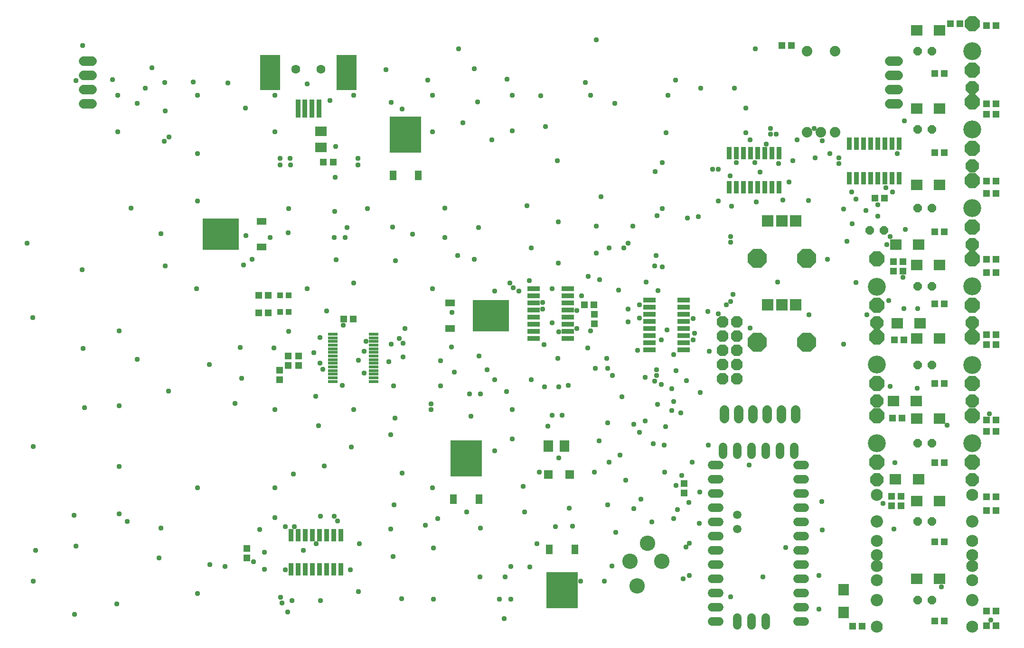
<source format=gbr>
G04 EAGLE Gerber X2 export*
%TF.Part,Single*%
%TF.FileFunction,Soldermask,Bot,1*%
%TF.FilePolarity,Negative*%
%TF.GenerationSoftware,Autodesk,EAGLE,9.1.3*%
%TF.CreationDate,2018-08-22T06:47:52Z*%
G75*
%MOMM*%
%FSLAX34Y34*%
%LPD*%
%AMOC8*
5,1,8,0,0,1.08239X$1,22.5*%
G01*
%ADD10R,1.203200X1.303200*%
%ADD11R,1.303200X1.203200*%
%ADD12R,2.235200X0.863600*%
%ADD13R,0.863600X2.235200*%
%ADD14R,5.603200X6.403200*%
%ADD15R,1.203200X1.803200*%
%ADD16C,1.727200*%
%ADD17C,1.511200*%
%ADD18C,1.511200*%
%ADD19R,3.603200X6.243200*%
%ADD20R,0.903200X3.203200*%
%ADD21C,1.603200*%
%ADD22R,1.703200X0.603200*%
%ADD23R,1.003200X1.003200*%
%ADD24R,2.006200X1.803200*%
%ADD25P,2.254402X8X112.500000*%
%ADD26R,2.082800X2.082800*%
%ADD27P,3.700908X8X292.500000*%
%ADD28C,2.133600*%
%ADD29C,2.203200*%
%ADD30R,2.003200X1.903200*%
%ADD31P,2.969212X8X22.500000*%
%ADD32P,2.584314X8X22.500000*%
%ADD33C,3.203200*%
%ADD34P,1.649562X8X22.500000*%
%ADD35R,1.903200X2.003200*%
%ADD36C,1.879600*%
%ADD37R,1.803200X2.006200*%
%ADD38R,1.603200X1.603200*%
%ADD39R,6.403200X5.603200*%
%ADD40R,1.803200X1.203200*%
%ADD41C,0.959600*%
%ADD42C,2.743200*%


D10*
X501300Y499400D03*
X501300Y482400D03*
X408700Y138700D03*
X408700Y155700D03*
X1028700Y556800D03*
X1028700Y573800D03*
X1188700Y254900D03*
X1188700Y271900D03*
D11*
X545700Y845900D03*
X562700Y845900D03*
D12*
X981534Y619750D03*
X920066Y619750D03*
X981534Y607050D03*
X981534Y594350D03*
X920066Y607050D03*
X920066Y594350D03*
X981534Y581650D03*
X920066Y581650D03*
X981534Y568950D03*
X920066Y568950D03*
X981534Y556250D03*
X981534Y543550D03*
X920066Y556250D03*
X920066Y543550D03*
X981534Y530850D03*
X920066Y530850D03*
D13*
X487850Y179934D03*
X487850Y118466D03*
X500550Y179934D03*
X513250Y179934D03*
X500550Y118466D03*
X513250Y118466D03*
X525950Y179934D03*
X525950Y118466D03*
X538650Y179934D03*
X538650Y118466D03*
X551350Y179934D03*
X564050Y179934D03*
X551350Y118466D03*
X564050Y118466D03*
X576750Y179934D03*
X576750Y118466D03*
D14*
X971000Y81500D03*
D15*
X948200Y154500D03*
X993800Y154500D03*
D16*
X1387600Y388180D02*
X1387600Y403420D01*
X1362200Y403420D02*
X1362200Y388180D01*
X1336800Y388180D02*
X1336800Y403420D01*
X1311400Y403420D02*
X1311400Y388180D01*
X1286000Y388180D02*
X1286000Y403420D01*
X1260600Y403420D02*
X1260600Y388180D01*
D11*
X1011100Y591300D03*
X1028100Y591300D03*
D17*
X1384900Y336740D02*
X1384900Y323660D01*
X1359500Y323660D02*
X1359500Y336740D01*
X1334100Y336740D02*
X1334100Y323660D01*
X1308700Y323660D02*
X1308700Y336740D01*
X1283300Y336740D02*
X1283300Y323660D01*
X1257900Y323660D02*
X1257900Y336740D01*
X1391060Y304800D02*
X1404140Y304800D01*
X1404140Y279400D02*
X1391060Y279400D01*
X1391060Y254000D02*
X1404140Y254000D01*
X1404140Y228600D02*
X1391060Y228600D01*
X1391060Y203200D02*
X1404140Y203200D01*
X1404140Y177800D02*
X1391060Y177800D01*
X1391060Y152400D02*
X1404140Y152400D01*
X1404140Y127000D02*
X1391060Y127000D01*
X1391060Y101600D02*
X1404140Y101600D01*
X1404140Y76200D02*
X1391060Y76200D01*
X1391060Y50800D02*
X1404140Y50800D01*
X1404140Y25400D02*
X1391060Y25400D01*
X1251740Y304800D02*
X1238660Y304800D01*
X1238660Y279400D02*
X1251740Y279400D01*
X1251740Y254000D02*
X1238660Y254000D01*
X1238660Y228600D02*
X1251740Y228600D01*
X1251740Y203200D02*
X1238660Y203200D01*
X1238660Y177800D02*
X1251740Y177800D01*
X1251740Y152400D02*
X1238660Y152400D01*
X1238660Y127000D02*
X1251740Y127000D01*
X1251740Y101600D02*
X1238660Y101600D01*
X1238660Y76200D02*
X1251740Y76200D01*
X1251740Y50800D02*
X1238660Y50800D01*
X1238660Y25400D02*
X1251740Y25400D01*
X1283300Y31940D02*
X1283300Y18860D01*
X1308700Y18860D02*
X1308700Y31940D01*
X1334100Y31940D02*
X1334100Y18860D01*
D18*
X1283300Y215900D03*
X1283300Y190500D03*
D19*
X450900Y1006000D03*
X586900Y1006000D03*
D20*
X500150Y941800D03*
X512650Y941800D03*
X525150Y941800D03*
X537650Y941800D03*
D21*
X496400Y1011800D03*
X541400Y1011800D03*
D22*
X634850Y538650D03*
X634850Y532150D03*
X634850Y525650D03*
X634850Y519150D03*
X634850Y512650D03*
X634850Y506150D03*
X634850Y499650D03*
X634850Y493150D03*
X634850Y486650D03*
X634850Y480150D03*
X634850Y473650D03*
X634850Y467150D03*
X634850Y460650D03*
X634850Y454150D03*
X562350Y454150D03*
X562350Y460650D03*
X562350Y467150D03*
X562350Y473650D03*
X562350Y480150D03*
X562350Y486650D03*
X562350Y493150D03*
X562350Y499650D03*
X562350Y506150D03*
X562350Y512650D03*
X562350Y519150D03*
X562350Y525650D03*
X562350Y532150D03*
X562350Y538650D03*
D23*
X483500Y607900D03*
X468500Y607900D03*
X483500Y578700D03*
X468500Y578700D03*
D10*
X467300Y474200D03*
X467300Y457200D03*
X482900Y499400D03*
X482900Y482400D03*
D11*
X430200Y608300D03*
X447200Y608300D03*
X430200Y576400D03*
X447200Y576400D03*
D24*
X540900Y901020D03*
X540900Y872580D03*
D11*
X581800Y565600D03*
X598800Y565600D03*
D25*
X1257300Y459200D03*
X1282700Y459200D03*
X1257300Y484600D03*
X1282700Y484600D03*
X1257300Y510000D03*
X1282700Y510000D03*
X1257300Y535400D03*
X1282700Y535400D03*
X1257300Y560800D03*
X1282700Y560800D03*
D26*
X1337860Y590960D03*
X1362860Y590960D03*
X1387860Y590960D03*
D27*
X1318860Y523960D03*
X1406860Y523960D03*
D26*
X1337860Y740960D03*
X1362860Y740960D03*
X1387860Y740960D03*
D27*
X1318860Y673960D03*
X1406860Y673960D03*
D28*
X1702860Y169035D03*
X1702860Y251585D03*
X1702860Y143635D03*
D29*
X1702860Y203960D03*
D28*
X1702860Y98885D03*
X1702860Y16335D03*
X1702860Y124285D03*
D29*
X1702860Y63960D03*
D11*
X1744700Y248000D03*
X1727700Y248000D03*
X1744700Y17500D03*
X1727700Y17500D03*
D30*
X1644300Y240200D03*
X1603300Y240200D03*
X1644300Y101300D03*
X1603300Y101300D03*
D31*
X1702860Y450160D03*
X1702860Y533160D03*
D32*
X1702860Y418960D03*
D33*
X1702860Y483960D03*
D31*
X1702860Y310160D03*
X1702860Y393160D03*
D32*
X1702860Y278960D03*
D33*
X1702860Y343960D03*
D11*
X1744700Y537900D03*
X1727700Y537900D03*
X1744700Y385500D03*
X1727700Y385500D03*
D30*
X1644300Y530900D03*
X1603300Y530900D03*
X1644300Y388200D03*
X1603300Y388200D03*
D31*
X1702860Y730160D03*
X1702860Y813160D03*
D32*
X1702860Y698960D03*
D33*
X1702860Y763960D03*
D31*
X1702860Y590160D03*
X1702860Y673160D03*
D32*
X1702860Y558960D03*
D33*
X1702860Y623960D03*
D11*
X1744700Y812100D03*
X1727700Y812100D03*
X1744700Y672400D03*
X1727700Y672400D03*
D30*
X1644300Y805100D03*
X1603300Y805100D03*
X1644300Y662400D03*
X1603300Y662400D03*
D31*
X1702860Y1010160D03*
X1702860Y1093160D03*
D32*
X1702860Y978960D03*
D33*
X1702860Y1043960D03*
D31*
X1702860Y870160D03*
X1702860Y953160D03*
D32*
X1702860Y838960D03*
D33*
X1702860Y903960D03*
D11*
X1663438Y1093022D03*
X1680438Y1093022D03*
X1744700Y949900D03*
X1727700Y949900D03*
D30*
X1644300Y1081500D03*
X1603300Y1081500D03*
X1644300Y941800D03*
X1603300Y941800D03*
D11*
X1727700Y44100D03*
X1744700Y44100D03*
X1727700Y223800D03*
X1744700Y223800D03*
X1727700Y365400D03*
X1744700Y365400D03*
X1727700Y519700D03*
X1744700Y519700D03*
X1727700Y648600D03*
X1744700Y648600D03*
X1727700Y790200D03*
X1744700Y790200D03*
X1727700Y931800D03*
X1744700Y931800D03*
X1727954Y1089656D03*
X1744954Y1089656D03*
D13*
X1572550Y817066D03*
X1572550Y878534D03*
X1559850Y817066D03*
X1547150Y817066D03*
X1559850Y878534D03*
X1547150Y878534D03*
X1534450Y817066D03*
X1534450Y878534D03*
X1521750Y817066D03*
X1521750Y878534D03*
X1509050Y817066D03*
X1496350Y817066D03*
X1509050Y878534D03*
X1496350Y878534D03*
X1483650Y817066D03*
X1483650Y878534D03*
D12*
X1126666Y510250D03*
X1188134Y510250D03*
X1126666Y522950D03*
X1126666Y535650D03*
X1188134Y522950D03*
X1188134Y535650D03*
X1126666Y548350D03*
X1188134Y548350D03*
X1126666Y561050D03*
X1188134Y561050D03*
X1126666Y573750D03*
X1126666Y586450D03*
X1188134Y573750D03*
X1188134Y586450D03*
X1126666Y599150D03*
X1188134Y599150D03*
D34*
X1605160Y623960D03*
X1630560Y623960D03*
X1605160Y763960D03*
X1630560Y763960D03*
X1605160Y903960D03*
X1630560Y903960D03*
X1605160Y1043960D03*
X1630560Y1043960D03*
X1605160Y483960D03*
X1630560Y483960D03*
X1605160Y343960D03*
X1630560Y343960D03*
X1605160Y203960D03*
X1630560Y203960D03*
X1605160Y63960D03*
X1630560Y63960D03*
D11*
X1635700Y26100D03*
X1652700Y26100D03*
X1635700Y167700D03*
X1652700Y167700D03*
X1635700Y309300D03*
X1652700Y309300D03*
X1635700Y450900D03*
X1652700Y450900D03*
X1635700Y592500D03*
X1652700Y592500D03*
X1635700Y721400D03*
X1652700Y721400D03*
X1635700Y863000D03*
X1652700Y863000D03*
X1635700Y1004600D03*
X1652700Y1004600D03*
D28*
X1532840Y98885D03*
X1532840Y16335D03*
X1532840Y124285D03*
D29*
X1532840Y63960D03*
D11*
X1489000Y17400D03*
X1506000Y17400D03*
D35*
X1473300Y82400D03*
X1473300Y41400D03*
D28*
X1532840Y169035D03*
X1532840Y251585D03*
X1532840Y143635D03*
D29*
X1532840Y203960D03*
D31*
X1532840Y310160D03*
X1532840Y393160D03*
D32*
X1532840Y278960D03*
D33*
X1532840Y343960D03*
D11*
X1575500Y249300D03*
X1558500Y249300D03*
X1577400Y389000D03*
X1560400Y389000D03*
D30*
X1606700Y279300D03*
X1565700Y279300D03*
X1561800Y419200D03*
X1602800Y419200D03*
D31*
X1532840Y589860D03*
X1532840Y672860D03*
D32*
X1532840Y558660D03*
D33*
X1532840Y623660D03*
D31*
X1532840Y450460D03*
X1532840Y533460D03*
D32*
X1532840Y419260D03*
D33*
X1532840Y484260D03*
D11*
X1579300Y668400D03*
X1562300Y668400D03*
X1581200Y528700D03*
X1564200Y528700D03*
D30*
X1607000Y698400D03*
X1566000Y698400D03*
X1568900Y558100D03*
X1609900Y558100D03*
D11*
X1558500Y232500D03*
X1575500Y232500D03*
X1562300Y651600D03*
X1579300Y651600D03*
D13*
X1357750Y800666D03*
X1357750Y862134D03*
X1345050Y800666D03*
X1332350Y800666D03*
X1345050Y862134D03*
X1332350Y862134D03*
X1319650Y800666D03*
X1319650Y862134D03*
X1306950Y800666D03*
X1306950Y862134D03*
X1294250Y800666D03*
X1281550Y800666D03*
X1294250Y862134D03*
X1281550Y862134D03*
X1268850Y800666D03*
X1268850Y862134D03*
D34*
X1520140Y723960D03*
X1545540Y723960D03*
D11*
X1546000Y781600D03*
X1529000Y781600D03*
D36*
X1407860Y898960D03*
X1432860Y898960D03*
X1457860Y898960D03*
X1407860Y1043960D03*
X1457860Y1043960D03*
D11*
X1380100Y1054100D03*
X1363100Y1054100D03*
D37*
X975102Y338582D03*
X946662Y338582D03*
D38*
X984454Y288290D03*
X946454Y288290D03*
D16*
X132588Y949960D02*
X117348Y949960D01*
X117348Y975360D02*
X132588Y975360D01*
X132588Y1000760D02*
X117348Y1000760D01*
X117348Y1026160D02*
X132588Y1026160D01*
X1555242Y949960D02*
X1570482Y949960D01*
X1570482Y975360D02*
X1555242Y975360D01*
X1555242Y1000760D02*
X1570482Y1000760D01*
X1570482Y1026160D02*
X1555242Y1026160D01*
D14*
X692150Y894950D03*
D15*
X714950Y821950D03*
X669350Y821950D03*
D39*
X362350Y717550D03*
D40*
X435350Y740350D03*
X435350Y694750D03*
D39*
X844150Y571500D03*
D40*
X771150Y548700D03*
X771150Y594300D03*
D14*
X800100Y317100D03*
D15*
X822900Y244100D03*
X777300Y244100D03*
D41*
X1343152Y906272D03*
X1422400Y853440D03*
X737616Y414528D03*
X822960Y499872D03*
X965200Y542544D03*
X953008Y558800D03*
X1272032Y703072D03*
X1089152Y701040D03*
X1089152Y583184D03*
X1276350Y609600D03*
X1581150Y584200D03*
X1479550Y704850D03*
X1473200Y520700D03*
X959358Y194818D03*
X989838Y195580D03*
X685800Y290830D03*
X608330Y79248D03*
X1429004Y47244D03*
X1329690Y105410D03*
X1271524Y69342D03*
X1216406Y256794D03*
X916178Y457708D03*
X837692Y475234D03*
X851154Y615950D03*
X964184Y665480D03*
X962914Y848614D03*
X1444498Y672338D03*
X1434846Y883920D03*
X477774Y194564D03*
X1514856Y573278D03*
X1605026Y584454D03*
X1604772Y441706D03*
X1218438Y978408D03*
X1278636Y978408D03*
X1012444Y988568D03*
X941324Y909320D03*
X845566Y885444D03*
X872744Y994156D03*
X814832Y1012444D03*
X932942Y964438D03*
X731520Y992378D03*
X656844Y1011428D03*
X516636Y985266D03*
X375158Y987298D03*
X313436Y989076D03*
X262128Y988060D03*
X169672Y993648D03*
X115824Y1054100D03*
X255524Y717804D03*
X407670Y714502D03*
X482854Y720090D03*
X669290Y730250D03*
X821944Y729234D03*
X666496Y521208D03*
X670814Y446024D03*
X673354Y388366D03*
X665480Y359156D03*
X808990Y392430D03*
X537210Y375158D03*
X531876Y427990D03*
X388112Y415290D03*
X399542Y459994D03*
X269240Y437134D03*
X119634Y407162D03*
X28194Y97790D03*
X32004Y152654D03*
X104394Y159766D03*
X252476Y138684D03*
X255778Y192532D03*
X100838Y215392D03*
X343154Y126746D03*
X670052Y141478D03*
X665226Y190246D03*
X825246Y192278D03*
X824484Y104902D03*
X1411224Y573024D03*
X1382268Y848614D03*
X1055116Y309880D03*
X1084834Y277622D03*
X1098804Y226822D03*
X1059942Y124460D03*
X1154430Y292608D03*
X1017270Y514350D03*
X1270508Y821690D03*
X1194562Y746252D03*
X1214120Y748538D03*
X1141730Y413512D03*
X1031748Y683260D03*
X872490Y435864D03*
X754634Y491490D03*
X565658Y757936D03*
X483108Y762762D03*
X623824Y763016D03*
X761746Y763778D03*
X202692Y763524D03*
X17018Y701548D03*
X26924Y568198D03*
X342392Y484632D03*
X540512Y62738D03*
X684784Y66294D03*
X913892Y123190D03*
X1435100Y189230D03*
X1563116Y190754D03*
X1556004Y445770D03*
X1553718Y598678D03*
X1582928Y725678D03*
X1324610Y828294D03*
X1365250Y778256D03*
X1071626Y617474D03*
X981964Y446786D03*
X964184Y739394D03*
X1193038Y455422D03*
X440690Y118618D03*
X439928Y148844D03*
X491998Y289052D03*
X483616Y544068D03*
X1315974Y1048258D03*
X820166Y953262D03*
X685800Y941070D03*
X556768Y955802D03*
X406146Y942086D03*
X263398Y937768D03*
X104140Y991616D03*
X115316Y653542D03*
X263398Y660400D03*
X402844Y662178D03*
X567944Y671576D03*
X673862Y669798D03*
X784860Y679450D03*
X1140460Y750570D03*
X1273556Y767080D03*
X1410970Y777240D03*
X1355344Y631698D03*
X1142492Y616204D03*
X1216152Y200914D03*
X671830Y233934D03*
X547370Y303276D03*
X397256Y514604D03*
X117094Y513334D03*
X754634Y446532D03*
X1078230Y426974D03*
X1074166Y322580D03*
X1112012Y243586D03*
X1231646Y340106D03*
X1133602Y343408D03*
X1202944Y310388D03*
X1155700Y373126D03*
X1184148Y286004D03*
X1109218Y567690D03*
X1121156Y631698D03*
X1138936Y679450D03*
X1150112Y659130D03*
X1137158Y828802D03*
X1173734Y992378D03*
X1487424Y792988D03*
X1390396Y885698D03*
X762254Y710946D03*
X550926Y579882D03*
X28194Y338074D03*
X869442Y104902D03*
X432054Y189484D03*
X779018Y470662D03*
X1306830Y549656D03*
X528574Y505968D03*
X544322Y475996D03*
X539750Y532892D03*
X607568Y491744D03*
X195580Y204216D03*
X1581912Y919226D03*
X1370076Y157226D03*
X567436Y874014D03*
X566166Y818896D03*
X1317752Y774954D03*
X680720Y530860D03*
X101600Y38100D03*
X850900Y330200D03*
X806450Y431800D03*
X1448816Y861568D03*
X1568704Y861568D03*
X477520Y117856D03*
X593344Y117856D03*
X1066800Y184912D03*
X1119632Y384048D03*
X953008Y619760D03*
X1089152Y560832D03*
X1119632Y461264D03*
X1357376Y843280D03*
X1272032Y713232D03*
X1038352Y636016D03*
X1434592Y239776D03*
X617728Y508000D03*
X539750Y486918D03*
X1174496Y268224D03*
X1170432Y209296D03*
X1148080Y449072D03*
X1109472Y591312D03*
X1135888Y660400D03*
X1150112Y845312D03*
X1150112Y762762D03*
X1160272Y965200D03*
X1156208Y898144D03*
X1298448Y942848D03*
X1148080Y528320D03*
X1170432Y418592D03*
X471424Y58928D03*
X469392Y69088D03*
X178816Y965200D03*
X178816Y900176D03*
X180848Y217424D03*
X180848Y302768D03*
X180848Y410464D03*
X180848Y544576D03*
X176784Y56896D03*
X420624Y132080D03*
X321056Y75184D03*
X369824Y123952D03*
X321056Y264160D03*
X321056Y776224D03*
X321056Y861568D03*
X321056Y965200D03*
X319024Y619760D03*
X459232Y965200D03*
X459232Y900176D03*
X510032Y152400D03*
X489712Y62992D03*
X459232Y264160D03*
X459232Y211328D03*
X459232Y404368D03*
X457200Y514096D03*
X599440Y629920D03*
X587248Y729488D03*
X599440Y965200D03*
X493776Y195072D03*
X481584Y42672D03*
X599440Y404368D03*
X595376Y337312D03*
X621792Y526288D03*
X739648Y965200D03*
X739648Y900176D03*
X540512Y213360D03*
X564896Y213360D03*
X727456Y197104D03*
X741680Y65024D03*
X741680Y156464D03*
X739648Y264160D03*
X737616Y404368D03*
X739648Y619760D03*
X881888Y965200D03*
X881888Y902208D03*
X894080Y615696D03*
X867664Y30480D03*
X879856Y123952D03*
X879856Y65024D03*
X881888Y404368D03*
X881888Y351536D03*
X532384Y164592D03*
X609600Y164592D03*
X926592Y164592D03*
X859536Y65024D03*
X1032256Y731520D03*
X1097280Y731520D03*
X1022096Y965200D03*
X1030224Y477520D03*
X1052576Y477520D03*
X1036828Y347980D03*
X936752Y583184D03*
X883920Y621792D03*
X786384Y1048512D03*
X1032256Y1064768D03*
X936752Y595376D03*
X877824Y629920D03*
X794512Y916432D03*
X1064768Y950976D03*
X908304Y768096D03*
X1040384Y784352D03*
X912368Y633984D03*
X1018032Y642112D03*
X938784Y520192D03*
X1050544Y495808D03*
X963168Y495808D03*
X774192Y516128D03*
X579120Y447040D03*
X617728Y469392D03*
X953008Y394208D03*
X1052576Y379984D03*
X1005840Y607568D03*
X1022096Y544576D03*
X1099312Y377952D03*
X983488Y227584D03*
X1052576Y233680D03*
X800608Y221488D03*
X904240Y221488D03*
X570992Y205232D03*
X997712Y581152D03*
X997712Y548640D03*
X1109472Y363728D03*
X1046480Y97536D03*
X1003808Y97536D03*
X1239520Y833120D03*
X1282192Y845312D03*
X1231392Y579120D03*
X1353312Y896112D03*
X1335024Y877824D03*
X1233424Y508000D03*
X1060704Y465328D03*
X1105408Y510032D03*
X1306576Y885952D03*
X1263904Y591312D03*
X1298448Y898144D03*
X1420368Y906272D03*
X814832Y672592D03*
X916432Y692912D03*
X1054608Y692912D03*
X1081024Y692912D03*
X1304544Y304800D03*
X1272032Y597408D03*
X1131375Y203411D03*
X930656Y292608D03*
X1028700Y292354D03*
X1152906Y340868D03*
X606806Y840740D03*
X486664Y840994D03*
X468376Y840740D03*
X261874Y882904D03*
X227584Y978154D03*
X240030Y1014222D03*
X661924Y489712D03*
X687832Y498094D03*
X687832Y522478D03*
X690626Y548894D03*
X607314Y852678D03*
X485648Y852678D03*
X468376Y852678D03*
X270510Y891032D03*
X581152Y554736D03*
X516128Y619760D03*
X1735328Y28448D03*
X1647952Y87376D03*
X1733296Y396240D03*
X1658112Y375920D03*
X1534160Y749808D03*
X1560576Y792480D03*
X1556512Y713232D03*
X1473200Y762000D03*
X1548384Y800608D03*
X1375664Y810768D03*
X1249680Y575056D03*
X1249680Y776224D03*
X1249680Y833120D03*
X1207008Y540512D03*
X1204976Y528320D03*
X1204976Y566928D03*
X1139952Y475488D03*
X1135888Y455168D03*
X1166368Y440944D03*
X1217168Y434848D03*
X1139952Y465328D03*
X1182624Y398272D03*
X1196848Y237744D03*
X1158240Y546608D03*
X1170432Y501904D03*
X1174496Y473456D03*
X1166368Y402336D03*
X1176528Y225552D03*
X1550416Y699008D03*
X1564640Y308864D03*
X1465072Y843280D03*
X1534160Y770128D03*
X1578864Y640080D03*
X1314704Y845312D03*
X1343152Y896112D03*
X1465072Y853440D03*
X1543304Y236728D03*
X1429258Y107696D03*
X1495552Y631190D03*
X1488186Y735584D03*
X1512824Y759714D03*
X1495552Y779780D03*
D42*
X1092200Y133350D03*
D41*
X1191824Y158524D03*
X1187450Y101600D03*
D42*
X1123950Y165100D03*
D41*
X1198400Y165100D03*
X1198400Y107950D03*
D42*
X1149350Y133350D03*
X1104900Y88900D03*
D41*
X213360Y950976D03*
X666750Y953008D03*
X418592Y672592D03*
X749300Y209550D03*
X213360Y493776D03*
X774700Y577850D03*
X901700Y266700D03*
X965200Y317500D03*
X825500Y431800D03*
X850900Y457200D03*
X939800Y444500D03*
X965200Y444500D03*
X971550Y393700D03*
X946150Y374650D03*
X450850Y711200D03*
X565150Y711200D03*
X584200Y711200D03*
X704850Y717550D03*
M02*

</source>
